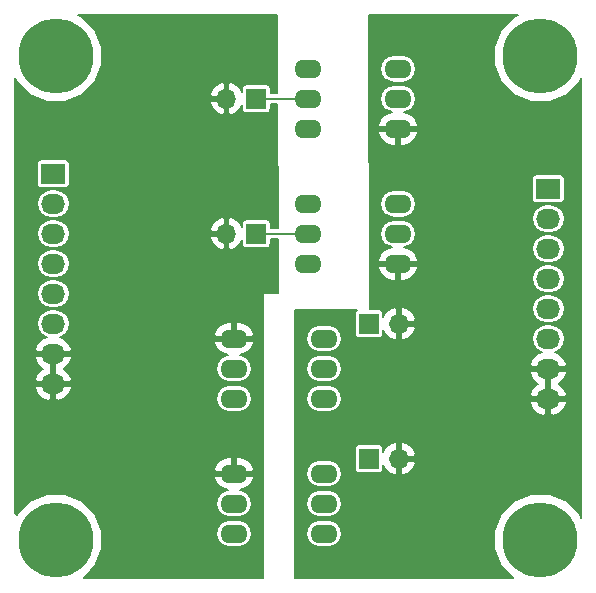
<source format=gbr>
G04 #@! TF.FileFunction,Copper,L2,Bot,Signal*
%FSLAX46Y46*%
G04 Gerber Fmt 4.6, Leading zero omitted, Abs format (unit mm)*
G04 Created by KiCad (PCBNEW 4.0.5) date 07/08/17 16:03:55*
%MOMM*%
%LPD*%
G01*
G04 APERTURE LIST*
%ADD10C,0.150000*%
%ADD11O,2.300000X1.600000*%
%ADD12R,2.032000X1.727200*%
%ADD13O,2.032000X1.727200*%
%ADD14C,6.350000*%
%ADD15R,1.700000X1.700000*%
%ADD16O,1.700000X1.700000*%
%ADD17C,0.889000*%
%ADD18C,0.203200*%
G04 APERTURE END LIST*
D10*
D11*
X25340000Y-5090000D03*
X25340000Y-7630000D03*
X25340000Y-10170000D03*
X32960000Y-10170000D03*
X32960000Y-7630000D03*
X32960000Y-5090000D03*
X25340000Y-16520000D03*
X25340000Y-19060000D03*
X25340000Y-21600000D03*
X32960000Y-21600000D03*
X32960000Y-19060000D03*
X32960000Y-16520000D03*
X26670000Y-33020000D03*
X26670000Y-30480000D03*
X26670000Y-27940000D03*
X19050000Y-27940000D03*
X19050000Y-30480000D03*
X19050000Y-33020000D03*
X26670000Y-44450000D03*
X26670000Y-41910000D03*
X26670000Y-39370000D03*
X19050000Y-39370000D03*
X19050000Y-41910000D03*
X19050000Y-44450000D03*
D12*
X3750000Y-13980000D03*
D13*
X3750000Y-16520000D03*
X3750000Y-19060000D03*
X3750000Y-21600000D03*
X3750000Y-24140000D03*
X3750000Y-26680000D03*
X3750000Y-29220000D03*
X3750000Y-31760000D03*
D12*
X45660000Y-15250000D03*
D13*
X45660000Y-17790000D03*
X45660000Y-20330000D03*
X45660000Y-22870000D03*
X45660000Y-25410000D03*
X45660000Y-27950000D03*
X45660000Y-30490000D03*
X45660000Y-33030000D03*
D14*
X4000000Y-4000000D03*
X45000000Y-4000000D03*
X4000000Y-45000000D03*
X45000000Y-45000000D03*
D15*
X20955000Y-7620000D03*
D16*
X18415000Y-7620000D03*
D15*
X20955000Y-19050000D03*
D16*
X18415000Y-19050000D03*
D15*
X30480000Y-26670000D03*
D16*
X33020000Y-26670000D03*
D15*
X30480000Y-38100000D03*
D16*
X33020000Y-38100000D03*
D17*
X17780000Y-13970000D03*
X18415000Y-24765000D03*
X9906000Y-33020000D03*
X9906000Y-44450000D03*
D18*
X9906000Y-44450000D02*
X9906000Y-44196000D01*
X20965000Y-7630000D02*
X20955000Y-7620000D01*
X25340000Y-7630000D02*
X20965000Y-7630000D01*
X25330000Y-19050000D02*
X25340000Y-19060000D01*
X20955000Y-19050000D02*
X25330000Y-19050000D01*
G36*
X22758147Y-24028400D02*
X21488400Y-24028400D01*
X21488400Y-48158457D01*
X20760244Y-48158865D01*
X20760244Y-39739741D01*
X20760244Y-39000259D01*
X20760244Y-28309741D01*
X20760244Y-27570259D01*
X20504501Y-27051025D01*
X20080230Y-26696020D01*
X19552400Y-26530400D01*
X19202400Y-26530400D01*
X19202400Y-27787600D01*
X20647929Y-27787600D01*
X20760244Y-27570259D01*
X20760244Y-28309741D01*
X20647929Y-28092400D01*
X19202400Y-28092400D01*
X19202400Y-28112400D01*
X18897600Y-28112400D01*
X18897600Y-28092400D01*
X18897600Y-27787600D01*
X18897600Y-26530400D01*
X18547600Y-26530400D01*
X18262600Y-26619825D01*
X18262600Y-20348286D01*
X18262600Y-19202400D01*
X18262600Y-18897600D01*
X18262600Y-17751714D01*
X18262600Y-8918286D01*
X18262600Y-7772400D01*
X18262600Y-7467600D01*
X18262600Y-6321714D01*
X18037393Y-6210090D01*
X17685046Y-6356025D01*
X17256908Y-6731581D01*
X17005079Y-7242391D01*
X17115766Y-7467600D01*
X18262600Y-7467600D01*
X18262600Y-7772400D01*
X17115766Y-7772400D01*
X17005079Y-7997609D01*
X17256908Y-8508419D01*
X17685046Y-8883975D01*
X18037393Y-9029910D01*
X18262600Y-8918286D01*
X18262600Y-17751714D01*
X18037393Y-17640090D01*
X17685046Y-17786025D01*
X17256908Y-18161581D01*
X17005079Y-18672391D01*
X17115766Y-18897600D01*
X18262600Y-18897600D01*
X18262600Y-19202400D01*
X17115766Y-19202400D01*
X17005079Y-19427609D01*
X17256908Y-19938419D01*
X17685046Y-20313975D01*
X18037393Y-20459910D01*
X18262600Y-20348286D01*
X18262600Y-26619825D01*
X18019770Y-26696020D01*
X17595499Y-27051025D01*
X17339756Y-27570259D01*
X17452071Y-27787600D01*
X18897600Y-27787600D01*
X18897600Y-28092400D01*
X17452071Y-28092400D01*
X17339756Y-28309741D01*
X17595499Y-28828975D01*
X18019770Y-29183980D01*
X18546131Y-29349139D01*
X18228275Y-29412365D01*
X17853371Y-29662867D01*
X17602869Y-30037771D01*
X17514904Y-30480000D01*
X17602869Y-30922229D01*
X17853371Y-31297133D01*
X18228275Y-31547635D01*
X18670504Y-31635600D01*
X19429496Y-31635600D01*
X19871725Y-31547635D01*
X20246629Y-31297133D01*
X20497131Y-30922229D01*
X20585096Y-30480000D01*
X20497131Y-30037771D01*
X20246629Y-29662867D01*
X19871725Y-29412365D01*
X19553868Y-29349139D01*
X20080230Y-29183980D01*
X20504501Y-28828975D01*
X20760244Y-28309741D01*
X20760244Y-39000259D01*
X20585096Y-38644656D01*
X20585096Y-33020000D01*
X20497131Y-32577771D01*
X20246629Y-32202867D01*
X19871725Y-31952365D01*
X19429496Y-31864400D01*
X18670504Y-31864400D01*
X18228275Y-31952365D01*
X17853371Y-32202867D01*
X17602869Y-32577771D01*
X17514904Y-33020000D01*
X17602869Y-33462229D01*
X17853371Y-33837133D01*
X18228275Y-34087635D01*
X18670504Y-34175600D01*
X19429496Y-34175600D01*
X19871725Y-34087635D01*
X20246629Y-33837133D01*
X20497131Y-33462229D01*
X20585096Y-33020000D01*
X20585096Y-38644656D01*
X20504501Y-38481025D01*
X20080230Y-38126020D01*
X19552400Y-37960400D01*
X19202400Y-37960400D01*
X19202400Y-39217600D01*
X20647929Y-39217600D01*
X20760244Y-39000259D01*
X20760244Y-39739741D01*
X20647929Y-39522400D01*
X19202400Y-39522400D01*
X19202400Y-39542400D01*
X18897600Y-39542400D01*
X18897600Y-39522400D01*
X18897600Y-39217600D01*
X18897600Y-37960400D01*
X18547600Y-37960400D01*
X18019770Y-38126020D01*
X17595499Y-38481025D01*
X17339756Y-39000259D01*
X17452071Y-39217600D01*
X18897600Y-39217600D01*
X18897600Y-39522400D01*
X17452071Y-39522400D01*
X17339756Y-39739741D01*
X17595499Y-40258975D01*
X18019770Y-40613980D01*
X18546131Y-40779139D01*
X18228275Y-40842365D01*
X17853371Y-41092867D01*
X17602869Y-41467771D01*
X17514904Y-41910000D01*
X17602869Y-42352229D01*
X17853371Y-42727133D01*
X18228275Y-42977635D01*
X18670504Y-43065600D01*
X19429496Y-43065600D01*
X19871725Y-42977635D01*
X20246629Y-42727133D01*
X20497131Y-42352229D01*
X20585096Y-41910000D01*
X20497131Y-41467771D01*
X20246629Y-41092867D01*
X19871725Y-40842365D01*
X19553868Y-40779139D01*
X20080230Y-40613980D01*
X20504501Y-40258975D01*
X20760244Y-39739741D01*
X20760244Y-48158865D01*
X20585096Y-48158963D01*
X20585096Y-44450000D01*
X20497131Y-44007771D01*
X20246629Y-43632867D01*
X19871725Y-43382365D01*
X19429496Y-43294400D01*
X18670504Y-43294400D01*
X18228275Y-43382365D01*
X17853371Y-43632867D01*
X17602869Y-44007771D01*
X17514904Y-44450000D01*
X17602869Y-44892229D01*
X17853371Y-45267133D01*
X18228275Y-45517635D01*
X18670504Y-45605600D01*
X19429496Y-45605600D01*
X19871725Y-45517635D01*
X20246629Y-45267133D01*
X20497131Y-44892229D01*
X20585096Y-44450000D01*
X20585096Y-48158963D01*
X6364205Y-48166934D01*
X7314160Y-47218637D01*
X7910920Y-45781479D01*
X7912278Y-44225348D01*
X7318027Y-42787151D01*
X6218637Y-41685840D01*
X5325815Y-41315108D01*
X5325815Y-32139746D01*
X5325815Y-31380254D01*
X5094243Y-30894075D01*
X4672144Y-30503891D01*
X4634490Y-30490000D01*
X4672144Y-30476109D01*
X5094243Y-30085925D01*
X5325815Y-29599746D01*
X5325815Y-28840254D01*
X5094243Y-28354075D01*
X4672144Y-27963891D01*
X4297988Y-27825857D01*
X4395839Y-27806394D01*
X4791376Y-27542105D01*
X5055665Y-27146568D01*
X5148471Y-26680000D01*
X5148471Y-24140000D01*
X5148471Y-21600000D01*
X5148471Y-19060000D01*
X5148471Y-16520000D01*
X5128567Y-16419935D01*
X5128567Y-14843600D01*
X5128567Y-13116400D01*
X5102259Y-12980811D01*
X5023977Y-12861641D01*
X4905799Y-12781869D01*
X4766000Y-12753833D01*
X2734000Y-12753833D01*
X2598411Y-12780141D01*
X2479241Y-12858423D01*
X2399469Y-12976601D01*
X2371433Y-13116400D01*
X2371433Y-14843600D01*
X2397741Y-14979189D01*
X2476023Y-15098359D01*
X2594201Y-15178131D01*
X2734000Y-15206167D01*
X4766000Y-15206167D01*
X4901589Y-15179859D01*
X5020759Y-15101577D01*
X5100531Y-14983399D01*
X5128567Y-14843600D01*
X5128567Y-16419935D01*
X5055665Y-16053432D01*
X4791376Y-15657895D01*
X4395839Y-15393606D01*
X3929271Y-15300800D01*
X3570729Y-15300800D01*
X3104161Y-15393606D01*
X2708624Y-15657895D01*
X2444335Y-16053432D01*
X2351529Y-16520000D01*
X2444335Y-16986568D01*
X2708624Y-17382105D01*
X3104161Y-17646394D01*
X3570729Y-17739200D01*
X3929271Y-17739200D01*
X4395839Y-17646394D01*
X4791376Y-17382105D01*
X5055665Y-16986568D01*
X5148471Y-16520000D01*
X5148471Y-19060000D01*
X5055665Y-18593432D01*
X4791376Y-18197895D01*
X4395839Y-17933606D01*
X3929271Y-17840800D01*
X3570729Y-17840800D01*
X3104161Y-17933606D01*
X2708624Y-18197895D01*
X2444335Y-18593432D01*
X2351529Y-19060000D01*
X2444335Y-19526568D01*
X2708624Y-19922105D01*
X3104161Y-20186394D01*
X3570729Y-20279200D01*
X3929271Y-20279200D01*
X4395839Y-20186394D01*
X4791376Y-19922105D01*
X5055665Y-19526568D01*
X5148471Y-19060000D01*
X5148471Y-21600000D01*
X5055665Y-21133432D01*
X4791376Y-20737895D01*
X4395839Y-20473606D01*
X3929271Y-20380800D01*
X3570729Y-20380800D01*
X3104161Y-20473606D01*
X2708624Y-20737895D01*
X2444335Y-21133432D01*
X2351529Y-21600000D01*
X2444335Y-22066568D01*
X2708624Y-22462105D01*
X3104161Y-22726394D01*
X3570729Y-22819200D01*
X3929271Y-22819200D01*
X4395839Y-22726394D01*
X4791376Y-22462105D01*
X5055665Y-22066568D01*
X5148471Y-21600000D01*
X5148471Y-24140000D01*
X5055665Y-23673432D01*
X4791376Y-23277895D01*
X4395839Y-23013606D01*
X3929271Y-22920800D01*
X3570729Y-22920800D01*
X3104161Y-23013606D01*
X2708624Y-23277895D01*
X2444335Y-23673432D01*
X2351529Y-24140000D01*
X2444335Y-24606568D01*
X2708624Y-25002105D01*
X3104161Y-25266394D01*
X3570729Y-25359200D01*
X3929271Y-25359200D01*
X4395839Y-25266394D01*
X4791376Y-25002105D01*
X5055665Y-24606568D01*
X5148471Y-24140000D01*
X5148471Y-26680000D01*
X5055665Y-26213432D01*
X4791376Y-25817895D01*
X4395839Y-25553606D01*
X3929271Y-25460800D01*
X3570729Y-25460800D01*
X3104161Y-25553606D01*
X2708624Y-25817895D01*
X2444335Y-26213432D01*
X2351529Y-26680000D01*
X2444335Y-27146568D01*
X2708624Y-27542105D01*
X3104161Y-27806394D01*
X3202011Y-27825857D01*
X2827856Y-27963891D01*
X2405757Y-28354075D01*
X2174185Y-28840254D01*
X2285622Y-29067600D01*
X3597600Y-29067600D01*
X3597600Y-29047600D01*
X3902400Y-29047600D01*
X3902400Y-29067600D01*
X5214378Y-29067600D01*
X5325815Y-28840254D01*
X5325815Y-29599746D01*
X5214378Y-29372400D01*
X3902400Y-29372400D01*
X3902400Y-30439200D01*
X3902400Y-30540800D01*
X3902400Y-31607600D01*
X5214378Y-31607600D01*
X5325815Y-31380254D01*
X5325815Y-32139746D01*
X5214378Y-31912400D01*
X3902400Y-31912400D01*
X3902400Y-33080800D01*
X4132859Y-33215062D01*
X4672144Y-33016109D01*
X5094243Y-32625925D01*
X5325815Y-32139746D01*
X5325815Y-41315108D01*
X4781479Y-41089080D01*
X3597600Y-41088046D01*
X3597600Y-33080800D01*
X3597600Y-31912400D01*
X3597600Y-31607600D01*
X3597600Y-30540800D01*
X3597600Y-30439200D01*
X3597600Y-29372400D01*
X2285622Y-29372400D01*
X2174185Y-29599746D01*
X2405757Y-30085925D01*
X2827856Y-30476109D01*
X2865509Y-30490000D01*
X2827856Y-30503891D01*
X2405757Y-30894075D01*
X2174185Y-31380254D01*
X2285622Y-31607600D01*
X3597600Y-31607600D01*
X3597600Y-31912400D01*
X2285622Y-31912400D01*
X2174185Y-32139746D01*
X2405757Y-32625925D01*
X2827856Y-33016109D01*
X3367141Y-33215062D01*
X3597600Y-33080800D01*
X3597600Y-41088046D01*
X3225348Y-41087722D01*
X1787151Y-41681973D01*
X685840Y-42781363D01*
X640629Y-42890241D01*
X546100Y-42732691D01*
X546100Y-5884011D01*
X681973Y-6212849D01*
X1781363Y-7314160D01*
X3218521Y-7910920D01*
X4774652Y-7912278D01*
X6212849Y-7318027D01*
X7314160Y-6218637D01*
X7910920Y-4781479D01*
X7912278Y-3225348D01*
X7318027Y-1787151D01*
X6218637Y-685840D01*
X5882105Y-546100D01*
X22699732Y-546100D01*
X22716217Y-7172800D01*
X22167567Y-7172800D01*
X22167567Y-6770000D01*
X22141259Y-6634411D01*
X22062977Y-6515241D01*
X21944799Y-6435469D01*
X21805000Y-6407433D01*
X20105000Y-6407433D01*
X19969411Y-6433741D01*
X19850241Y-6512023D01*
X19770469Y-6630201D01*
X19742433Y-6770000D01*
X19742433Y-7075072D01*
X19573092Y-6731581D01*
X19144954Y-6356025D01*
X18792607Y-6210090D01*
X18567400Y-6321714D01*
X18567400Y-7467600D01*
X18587400Y-7467600D01*
X18587400Y-7772400D01*
X18567400Y-7772400D01*
X18567400Y-8918286D01*
X18792607Y-9029910D01*
X19144954Y-8883975D01*
X19573092Y-8508419D01*
X19742433Y-8164927D01*
X19742433Y-8470000D01*
X19768741Y-8605589D01*
X19847023Y-8724759D01*
X19965201Y-8804531D01*
X20105000Y-8832567D01*
X21805000Y-8832567D01*
X21940589Y-8806259D01*
X22059759Y-8727977D01*
X22139531Y-8609799D01*
X22167567Y-8470000D01*
X22167567Y-8087200D01*
X22718491Y-8087200D01*
X22744625Y-18592800D01*
X22167567Y-18592800D01*
X22167567Y-18200000D01*
X22141259Y-18064411D01*
X22062977Y-17945241D01*
X21944799Y-17865469D01*
X21805000Y-17837433D01*
X20105000Y-17837433D01*
X19969411Y-17863741D01*
X19850241Y-17942023D01*
X19770469Y-18060201D01*
X19742433Y-18200000D01*
X19742433Y-18505072D01*
X19573092Y-18161581D01*
X19144954Y-17786025D01*
X18792607Y-17640090D01*
X18567400Y-17751714D01*
X18567400Y-18897600D01*
X18587400Y-18897600D01*
X18587400Y-19202400D01*
X18567400Y-19202400D01*
X18567400Y-20348286D01*
X18792607Y-20459910D01*
X19144954Y-20313975D01*
X19573092Y-19938419D01*
X19742433Y-19594927D01*
X19742433Y-19900000D01*
X19768741Y-20035589D01*
X19847023Y-20154759D01*
X19965201Y-20234531D01*
X20105000Y-20262567D01*
X21805000Y-20262567D01*
X21940589Y-20236259D01*
X22059759Y-20157977D01*
X22139531Y-20039799D01*
X22167567Y-19900000D01*
X22167567Y-19507200D01*
X22746900Y-19507200D01*
X22758147Y-24028400D01*
X22758147Y-24028400D01*
G37*
X22758147Y-24028400D02*
X21488400Y-24028400D01*
X21488400Y-48158457D01*
X20760244Y-48158865D01*
X20760244Y-39739741D01*
X20760244Y-39000259D01*
X20760244Y-28309741D01*
X20760244Y-27570259D01*
X20504501Y-27051025D01*
X20080230Y-26696020D01*
X19552400Y-26530400D01*
X19202400Y-26530400D01*
X19202400Y-27787600D01*
X20647929Y-27787600D01*
X20760244Y-27570259D01*
X20760244Y-28309741D01*
X20647929Y-28092400D01*
X19202400Y-28092400D01*
X19202400Y-28112400D01*
X18897600Y-28112400D01*
X18897600Y-28092400D01*
X18897600Y-27787600D01*
X18897600Y-26530400D01*
X18547600Y-26530400D01*
X18262600Y-26619825D01*
X18262600Y-20348286D01*
X18262600Y-19202400D01*
X18262600Y-18897600D01*
X18262600Y-17751714D01*
X18262600Y-8918286D01*
X18262600Y-7772400D01*
X18262600Y-7467600D01*
X18262600Y-6321714D01*
X18037393Y-6210090D01*
X17685046Y-6356025D01*
X17256908Y-6731581D01*
X17005079Y-7242391D01*
X17115766Y-7467600D01*
X18262600Y-7467600D01*
X18262600Y-7772400D01*
X17115766Y-7772400D01*
X17005079Y-7997609D01*
X17256908Y-8508419D01*
X17685046Y-8883975D01*
X18037393Y-9029910D01*
X18262600Y-8918286D01*
X18262600Y-17751714D01*
X18037393Y-17640090D01*
X17685046Y-17786025D01*
X17256908Y-18161581D01*
X17005079Y-18672391D01*
X17115766Y-18897600D01*
X18262600Y-18897600D01*
X18262600Y-19202400D01*
X17115766Y-19202400D01*
X17005079Y-19427609D01*
X17256908Y-19938419D01*
X17685046Y-20313975D01*
X18037393Y-20459910D01*
X18262600Y-20348286D01*
X18262600Y-26619825D01*
X18019770Y-26696020D01*
X17595499Y-27051025D01*
X17339756Y-27570259D01*
X17452071Y-27787600D01*
X18897600Y-27787600D01*
X18897600Y-28092400D01*
X17452071Y-28092400D01*
X17339756Y-28309741D01*
X17595499Y-28828975D01*
X18019770Y-29183980D01*
X18546131Y-29349139D01*
X18228275Y-29412365D01*
X17853371Y-29662867D01*
X17602869Y-30037771D01*
X17514904Y-30480000D01*
X17602869Y-30922229D01*
X17853371Y-31297133D01*
X18228275Y-31547635D01*
X18670504Y-31635600D01*
X19429496Y-31635600D01*
X19871725Y-31547635D01*
X20246629Y-31297133D01*
X20497131Y-30922229D01*
X20585096Y-30480000D01*
X20497131Y-30037771D01*
X20246629Y-29662867D01*
X19871725Y-29412365D01*
X19553868Y-29349139D01*
X20080230Y-29183980D01*
X20504501Y-28828975D01*
X20760244Y-28309741D01*
X20760244Y-39000259D01*
X20585096Y-38644656D01*
X20585096Y-33020000D01*
X20497131Y-32577771D01*
X20246629Y-32202867D01*
X19871725Y-31952365D01*
X19429496Y-31864400D01*
X18670504Y-31864400D01*
X18228275Y-31952365D01*
X17853371Y-32202867D01*
X17602869Y-32577771D01*
X17514904Y-33020000D01*
X17602869Y-33462229D01*
X17853371Y-33837133D01*
X18228275Y-34087635D01*
X18670504Y-34175600D01*
X19429496Y-34175600D01*
X19871725Y-34087635D01*
X20246629Y-33837133D01*
X20497131Y-33462229D01*
X20585096Y-33020000D01*
X20585096Y-38644656D01*
X20504501Y-38481025D01*
X20080230Y-38126020D01*
X19552400Y-37960400D01*
X19202400Y-37960400D01*
X19202400Y-39217600D01*
X20647929Y-39217600D01*
X20760244Y-39000259D01*
X20760244Y-39739741D01*
X20647929Y-39522400D01*
X19202400Y-39522400D01*
X19202400Y-39542400D01*
X18897600Y-39542400D01*
X18897600Y-39522400D01*
X18897600Y-39217600D01*
X18897600Y-37960400D01*
X18547600Y-37960400D01*
X18019770Y-38126020D01*
X17595499Y-38481025D01*
X17339756Y-39000259D01*
X17452071Y-39217600D01*
X18897600Y-39217600D01*
X18897600Y-39522400D01*
X17452071Y-39522400D01*
X17339756Y-39739741D01*
X17595499Y-40258975D01*
X18019770Y-40613980D01*
X18546131Y-40779139D01*
X18228275Y-40842365D01*
X17853371Y-41092867D01*
X17602869Y-41467771D01*
X17514904Y-41910000D01*
X17602869Y-42352229D01*
X17853371Y-42727133D01*
X18228275Y-42977635D01*
X18670504Y-43065600D01*
X19429496Y-43065600D01*
X19871725Y-42977635D01*
X20246629Y-42727133D01*
X20497131Y-42352229D01*
X20585096Y-41910000D01*
X20497131Y-41467771D01*
X20246629Y-41092867D01*
X19871725Y-40842365D01*
X19553868Y-40779139D01*
X20080230Y-40613980D01*
X20504501Y-40258975D01*
X20760244Y-39739741D01*
X20760244Y-48158865D01*
X20585096Y-48158963D01*
X20585096Y-44450000D01*
X20497131Y-44007771D01*
X20246629Y-43632867D01*
X19871725Y-43382365D01*
X19429496Y-43294400D01*
X18670504Y-43294400D01*
X18228275Y-43382365D01*
X17853371Y-43632867D01*
X17602869Y-44007771D01*
X17514904Y-44450000D01*
X17602869Y-44892229D01*
X17853371Y-45267133D01*
X18228275Y-45517635D01*
X18670504Y-45605600D01*
X19429496Y-45605600D01*
X19871725Y-45517635D01*
X20246629Y-45267133D01*
X20497131Y-44892229D01*
X20585096Y-44450000D01*
X20585096Y-48158963D01*
X6364205Y-48166934D01*
X7314160Y-47218637D01*
X7910920Y-45781479D01*
X7912278Y-44225348D01*
X7318027Y-42787151D01*
X6218637Y-41685840D01*
X5325815Y-41315108D01*
X5325815Y-32139746D01*
X5325815Y-31380254D01*
X5094243Y-30894075D01*
X4672144Y-30503891D01*
X4634490Y-30490000D01*
X4672144Y-30476109D01*
X5094243Y-30085925D01*
X5325815Y-29599746D01*
X5325815Y-28840254D01*
X5094243Y-28354075D01*
X4672144Y-27963891D01*
X4297988Y-27825857D01*
X4395839Y-27806394D01*
X4791376Y-27542105D01*
X5055665Y-27146568D01*
X5148471Y-26680000D01*
X5148471Y-24140000D01*
X5148471Y-21600000D01*
X5148471Y-19060000D01*
X5148471Y-16520000D01*
X5128567Y-16419935D01*
X5128567Y-14843600D01*
X5128567Y-13116400D01*
X5102259Y-12980811D01*
X5023977Y-12861641D01*
X4905799Y-12781869D01*
X4766000Y-12753833D01*
X2734000Y-12753833D01*
X2598411Y-12780141D01*
X2479241Y-12858423D01*
X2399469Y-12976601D01*
X2371433Y-13116400D01*
X2371433Y-14843600D01*
X2397741Y-14979189D01*
X2476023Y-15098359D01*
X2594201Y-15178131D01*
X2734000Y-15206167D01*
X4766000Y-15206167D01*
X4901589Y-15179859D01*
X5020759Y-15101577D01*
X5100531Y-14983399D01*
X5128567Y-14843600D01*
X5128567Y-16419935D01*
X5055665Y-16053432D01*
X4791376Y-15657895D01*
X4395839Y-15393606D01*
X3929271Y-15300800D01*
X3570729Y-15300800D01*
X3104161Y-15393606D01*
X2708624Y-15657895D01*
X2444335Y-16053432D01*
X2351529Y-16520000D01*
X2444335Y-16986568D01*
X2708624Y-17382105D01*
X3104161Y-17646394D01*
X3570729Y-17739200D01*
X3929271Y-17739200D01*
X4395839Y-17646394D01*
X4791376Y-17382105D01*
X5055665Y-16986568D01*
X5148471Y-16520000D01*
X5148471Y-19060000D01*
X5055665Y-18593432D01*
X4791376Y-18197895D01*
X4395839Y-17933606D01*
X3929271Y-17840800D01*
X3570729Y-17840800D01*
X3104161Y-17933606D01*
X2708624Y-18197895D01*
X2444335Y-18593432D01*
X2351529Y-19060000D01*
X2444335Y-19526568D01*
X2708624Y-19922105D01*
X3104161Y-20186394D01*
X3570729Y-20279200D01*
X3929271Y-20279200D01*
X4395839Y-20186394D01*
X4791376Y-19922105D01*
X5055665Y-19526568D01*
X5148471Y-19060000D01*
X5148471Y-21600000D01*
X5055665Y-21133432D01*
X4791376Y-20737895D01*
X4395839Y-20473606D01*
X3929271Y-20380800D01*
X3570729Y-20380800D01*
X3104161Y-20473606D01*
X2708624Y-20737895D01*
X2444335Y-21133432D01*
X2351529Y-21600000D01*
X2444335Y-22066568D01*
X2708624Y-22462105D01*
X3104161Y-22726394D01*
X3570729Y-22819200D01*
X3929271Y-22819200D01*
X4395839Y-22726394D01*
X4791376Y-22462105D01*
X5055665Y-22066568D01*
X5148471Y-21600000D01*
X5148471Y-24140000D01*
X5055665Y-23673432D01*
X4791376Y-23277895D01*
X4395839Y-23013606D01*
X3929271Y-22920800D01*
X3570729Y-22920800D01*
X3104161Y-23013606D01*
X2708624Y-23277895D01*
X2444335Y-23673432D01*
X2351529Y-24140000D01*
X2444335Y-24606568D01*
X2708624Y-25002105D01*
X3104161Y-25266394D01*
X3570729Y-25359200D01*
X3929271Y-25359200D01*
X4395839Y-25266394D01*
X4791376Y-25002105D01*
X5055665Y-24606568D01*
X5148471Y-24140000D01*
X5148471Y-26680000D01*
X5055665Y-26213432D01*
X4791376Y-25817895D01*
X4395839Y-25553606D01*
X3929271Y-25460800D01*
X3570729Y-25460800D01*
X3104161Y-25553606D01*
X2708624Y-25817895D01*
X2444335Y-26213432D01*
X2351529Y-26680000D01*
X2444335Y-27146568D01*
X2708624Y-27542105D01*
X3104161Y-27806394D01*
X3202011Y-27825857D01*
X2827856Y-27963891D01*
X2405757Y-28354075D01*
X2174185Y-28840254D01*
X2285622Y-29067600D01*
X3597600Y-29067600D01*
X3597600Y-29047600D01*
X3902400Y-29047600D01*
X3902400Y-29067600D01*
X5214378Y-29067600D01*
X5325815Y-28840254D01*
X5325815Y-29599746D01*
X5214378Y-29372400D01*
X3902400Y-29372400D01*
X3902400Y-30439200D01*
X3902400Y-30540800D01*
X3902400Y-31607600D01*
X5214378Y-31607600D01*
X5325815Y-31380254D01*
X5325815Y-32139746D01*
X5214378Y-31912400D01*
X3902400Y-31912400D01*
X3902400Y-33080800D01*
X4132859Y-33215062D01*
X4672144Y-33016109D01*
X5094243Y-32625925D01*
X5325815Y-32139746D01*
X5325815Y-41315108D01*
X4781479Y-41089080D01*
X3597600Y-41088046D01*
X3597600Y-33080800D01*
X3597600Y-31912400D01*
X3597600Y-31607600D01*
X3597600Y-30540800D01*
X3597600Y-30439200D01*
X3597600Y-29372400D01*
X2285622Y-29372400D01*
X2174185Y-29599746D01*
X2405757Y-30085925D01*
X2827856Y-30476109D01*
X2865509Y-30490000D01*
X2827856Y-30503891D01*
X2405757Y-30894075D01*
X2174185Y-31380254D01*
X2285622Y-31607600D01*
X3597600Y-31607600D01*
X3597600Y-31912400D01*
X2285622Y-31912400D01*
X2174185Y-32139746D01*
X2405757Y-32625925D01*
X2827856Y-33016109D01*
X3367141Y-33215062D01*
X3597600Y-33080800D01*
X3597600Y-41088046D01*
X3225348Y-41087722D01*
X1787151Y-41681973D01*
X685840Y-42781363D01*
X640629Y-42890241D01*
X546100Y-42732691D01*
X546100Y-5884011D01*
X681973Y-6212849D01*
X1781363Y-7314160D01*
X3218521Y-7910920D01*
X4774652Y-7912278D01*
X6212849Y-7318027D01*
X7314160Y-6218637D01*
X7910920Y-4781479D01*
X7912278Y-3225348D01*
X7318027Y-1787151D01*
X6218637Y-685840D01*
X5882105Y-546100D01*
X22699732Y-546100D01*
X22716217Y-7172800D01*
X22167567Y-7172800D01*
X22167567Y-6770000D01*
X22141259Y-6634411D01*
X22062977Y-6515241D01*
X21944799Y-6435469D01*
X21805000Y-6407433D01*
X20105000Y-6407433D01*
X19969411Y-6433741D01*
X19850241Y-6512023D01*
X19770469Y-6630201D01*
X19742433Y-6770000D01*
X19742433Y-7075072D01*
X19573092Y-6731581D01*
X19144954Y-6356025D01*
X18792607Y-6210090D01*
X18567400Y-6321714D01*
X18567400Y-7467600D01*
X18587400Y-7467600D01*
X18587400Y-7772400D01*
X18567400Y-7772400D01*
X18567400Y-8918286D01*
X18792607Y-9029910D01*
X19144954Y-8883975D01*
X19573092Y-8508419D01*
X19742433Y-8164927D01*
X19742433Y-8470000D01*
X19768741Y-8605589D01*
X19847023Y-8724759D01*
X19965201Y-8804531D01*
X20105000Y-8832567D01*
X21805000Y-8832567D01*
X21940589Y-8806259D01*
X22059759Y-8727977D01*
X22139531Y-8609799D01*
X22167567Y-8470000D01*
X22167567Y-8087200D01*
X22718491Y-8087200D01*
X22744625Y-18592800D01*
X22167567Y-18592800D01*
X22167567Y-18200000D01*
X22141259Y-18064411D01*
X22062977Y-17945241D01*
X21944799Y-17865469D01*
X21805000Y-17837433D01*
X20105000Y-17837433D01*
X19969411Y-17863741D01*
X19850241Y-17942023D01*
X19770469Y-18060201D01*
X19742433Y-18200000D01*
X19742433Y-18505072D01*
X19573092Y-18161581D01*
X19144954Y-17786025D01*
X18792607Y-17640090D01*
X18567400Y-17751714D01*
X18567400Y-18897600D01*
X18587400Y-18897600D01*
X18587400Y-19202400D01*
X18567400Y-19202400D01*
X18567400Y-20348286D01*
X18792607Y-20459910D01*
X19144954Y-20313975D01*
X19573092Y-19938419D01*
X19742433Y-19594927D01*
X19742433Y-19900000D01*
X19768741Y-20035589D01*
X19847023Y-20154759D01*
X19965201Y-20234531D01*
X20105000Y-20262567D01*
X21805000Y-20262567D01*
X21940589Y-20236259D01*
X22059759Y-20157977D01*
X22139531Y-20039799D01*
X22167567Y-19900000D01*
X22167567Y-19507200D01*
X22746900Y-19507200D01*
X22758147Y-24028400D01*
G36*
X48453900Y-43115988D02*
X48318027Y-42787151D01*
X47235815Y-41703048D01*
X47235815Y-33409746D01*
X47235815Y-32650254D01*
X47004243Y-32164075D01*
X46582144Y-31773891D01*
X46544490Y-31760000D01*
X46582144Y-31746109D01*
X47004243Y-31355925D01*
X47235815Y-30869746D01*
X47235815Y-30110254D01*
X47004243Y-29624075D01*
X46582144Y-29233891D01*
X46207988Y-29095857D01*
X46305839Y-29076394D01*
X46701376Y-28812105D01*
X46965665Y-28416568D01*
X47058471Y-27950000D01*
X47058471Y-25410000D01*
X47058471Y-22870000D01*
X47058471Y-20330000D01*
X47058471Y-17790000D01*
X47038567Y-17689935D01*
X47038567Y-16113600D01*
X47038567Y-14386400D01*
X47012259Y-14250811D01*
X46933977Y-14131641D01*
X46815799Y-14051869D01*
X46676000Y-14023833D01*
X44644000Y-14023833D01*
X44508411Y-14050141D01*
X44389241Y-14128423D01*
X44309469Y-14246601D01*
X44281433Y-14386400D01*
X44281433Y-16113600D01*
X44307741Y-16249189D01*
X44386023Y-16368359D01*
X44504201Y-16448131D01*
X44644000Y-16476167D01*
X46676000Y-16476167D01*
X46811589Y-16449859D01*
X46930759Y-16371577D01*
X47010531Y-16253399D01*
X47038567Y-16113600D01*
X47038567Y-17689935D01*
X46965665Y-17323432D01*
X46701376Y-16927895D01*
X46305839Y-16663606D01*
X45839271Y-16570800D01*
X45480729Y-16570800D01*
X45014161Y-16663606D01*
X44618624Y-16927895D01*
X44354335Y-17323432D01*
X44261529Y-17790000D01*
X44354335Y-18256568D01*
X44618624Y-18652105D01*
X45014161Y-18916394D01*
X45480729Y-19009200D01*
X45839271Y-19009200D01*
X46305839Y-18916394D01*
X46701376Y-18652105D01*
X46965665Y-18256568D01*
X47058471Y-17790000D01*
X47058471Y-20330000D01*
X46965665Y-19863432D01*
X46701376Y-19467895D01*
X46305839Y-19203606D01*
X45839271Y-19110800D01*
X45480729Y-19110800D01*
X45014161Y-19203606D01*
X44618624Y-19467895D01*
X44354335Y-19863432D01*
X44261529Y-20330000D01*
X44354335Y-20796568D01*
X44618624Y-21192105D01*
X45014161Y-21456394D01*
X45480729Y-21549200D01*
X45839271Y-21549200D01*
X46305839Y-21456394D01*
X46701376Y-21192105D01*
X46965665Y-20796568D01*
X47058471Y-20330000D01*
X47058471Y-22870000D01*
X46965665Y-22403432D01*
X46701376Y-22007895D01*
X46305839Y-21743606D01*
X45839271Y-21650800D01*
X45480729Y-21650800D01*
X45014161Y-21743606D01*
X44618624Y-22007895D01*
X44354335Y-22403432D01*
X44261529Y-22870000D01*
X44354335Y-23336568D01*
X44618624Y-23732105D01*
X45014161Y-23996394D01*
X45480729Y-24089200D01*
X45839271Y-24089200D01*
X46305839Y-23996394D01*
X46701376Y-23732105D01*
X46965665Y-23336568D01*
X47058471Y-22870000D01*
X47058471Y-25410000D01*
X46965665Y-24943432D01*
X46701376Y-24547895D01*
X46305839Y-24283606D01*
X45839271Y-24190800D01*
X45480729Y-24190800D01*
X45014161Y-24283606D01*
X44618624Y-24547895D01*
X44354335Y-24943432D01*
X44261529Y-25410000D01*
X44354335Y-25876568D01*
X44618624Y-26272105D01*
X45014161Y-26536394D01*
X45480729Y-26629200D01*
X45839271Y-26629200D01*
X46305839Y-26536394D01*
X46701376Y-26272105D01*
X46965665Y-25876568D01*
X47058471Y-25410000D01*
X47058471Y-27950000D01*
X46965665Y-27483432D01*
X46701376Y-27087895D01*
X46305839Y-26823606D01*
X45839271Y-26730800D01*
X45480729Y-26730800D01*
X45014161Y-26823606D01*
X44618624Y-27087895D01*
X44354335Y-27483432D01*
X44261529Y-27950000D01*
X44354335Y-28416568D01*
X44618624Y-28812105D01*
X45014161Y-29076394D01*
X45112011Y-29095857D01*
X44737856Y-29233891D01*
X44315757Y-29624075D01*
X44084185Y-30110254D01*
X44195622Y-30337600D01*
X45507600Y-30337600D01*
X45507600Y-30317600D01*
X45812400Y-30317600D01*
X45812400Y-30337600D01*
X47124378Y-30337600D01*
X47235815Y-30110254D01*
X47235815Y-30869746D01*
X47124378Y-30642400D01*
X45812400Y-30642400D01*
X45812400Y-31709200D01*
X45812400Y-31810800D01*
X45812400Y-32877600D01*
X47124378Y-32877600D01*
X47235815Y-32650254D01*
X47235815Y-33409746D01*
X47124378Y-33182400D01*
X45812400Y-33182400D01*
X45812400Y-34350800D01*
X46042859Y-34485062D01*
X46582144Y-34286109D01*
X47004243Y-33895925D01*
X47235815Y-33409746D01*
X47235815Y-41703048D01*
X47218637Y-41685840D01*
X45781479Y-41089080D01*
X45507600Y-41088840D01*
X45507600Y-34350800D01*
X45507600Y-33182400D01*
X45507600Y-32877600D01*
X45507600Y-31810800D01*
X45507600Y-31709200D01*
X45507600Y-30642400D01*
X44195622Y-30642400D01*
X44084185Y-30869746D01*
X44315757Y-31355925D01*
X44737856Y-31746109D01*
X44775509Y-31760000D01*
X44737856Y-31773891D01*
X44315757Y-32164075D01*
X44084185Y-32650254D01*
X44195622Y-32877600D01*
X45507600Y-32877600D01*
X45507600Y-33182400D01*
X44195622Y-33182400D01*
X44084185Y-33409746D01*
X44315757Y-33895925D01*
X44737856Y-34286109D01*
X45277141Y-34485062D01*
X45507600Y-34350800D01*
X45507600Y-41088840D01*
X44225348Y-41087722D01*
X42787151Y-41681973D01*
X41685840Y-42781363D01*
X41089080Y-44218521D01*
X41087722Y-45774652D01*
X41681973Y-47212849D01*
X42634454Y-48166994D01*
X34670244Y-48163295D01*
X34670244Y-21969741D01*
X34670244Y-21230259D01*
X34670244Y-10539741D01*
X34670244Y-9800259D01*
X34414501Y-9281025D01*
X33990230Y-8926020D01*
X33463868Y-8760860D01*
X33781725Y-8697635D01*
X34156629Y-8447133D01*
X34407131Y-8072229D01*
X34495096Y-7630000D01*
X34495096Y-5090000D01*
X34407131Y-4647771D01*
X34156629Y-4272867D01*
X33781725Y-4022365D01*
X33339496Y-3934400D01*
X32580504Y-3934400D01*
X32138275Y-4022365D01*
X31763371Y-4272867D01*
X31512869Y-4647771D01*
X31424904Y-5090000D01*
X31512869Y-5532229D01*
X31763371Y-5907133D01*
X32138275Y-6157635D01*
X32580504Y-6245600D01*
X33339496Y-6245600D01*
X33781725Y-6157635D01*
X34156629Y-5907133D01*
X34407131Y-5532229D01*
X34495096Y-5090000D01*
X34495096Y-7630000D01*
X34407131Y-7187771D01*
X34156629Y-6812867D01*
X33781725Y-6562365D01*
X33339496Y-6474400D01*
X32580504Y-6474400D01*
X32138275Y-6562365D01*
X31763371Y-6812867D01*
X31512869Y-7187771D01*
X31424904Y-7630000D01*
X31512869Y-8072229D01*
X31763371Y-8447133D01*
X32138275Y-8697635D01*
X32456131Y-8760860D01*
X31929770Y-8926020D01*
X31505499Y-9281025D01*
X31249756Y-9800259D01*
X31362071Y-10017600D01*
X32807600Y-10017600D01*
X32807600Y-9997600D01*
X33112400Y-9997600D01*
X33112400Y-10017600D01*
X34557929Y-10017600D01*
X34670244Y-9800259D01*
X34670244Y-10539741D01*
X34557929Y-10322400D01*
X33112400Y-10322400D01*
X33112400Y-11579600D01*
X33462400Y-11579600D01*
X33990230Y-11413980D01*
X34414501Y-11058975D01*
X34670244Y-10539741D01*
X34670244Y-21230259D01*
X34414501Y-20711025D01*
X33990230Y-20356020D01*
X33463868Y-20190860D01*
X33781725Y-20127635D01*
X34156629Y-19877133D01*
X34407131Y-19502229D01*
X34495096Y-19060000D01*
X34495096Y-16520000D01*
X34407131Y-16077771D01*
X34156629Y-15702867D01*
X33781725Y-15452365D01*
X33339496Y-15364400D01*
X32807600Y-15364400D01*
X32807600Y-11579600D01*
X32807600Y-10322400D01*
X31362071Y-10322400D01*
X31249756Y-10539741D01*
X31505499Y-11058975D01*
X31929770Y-11413980D01*
X32457600Y-11579600D01*
X32807600Y-11579600D01*
X32807600Y-15364400D01*
X32580504Y-15364400D01*
X32138275Y-15452365D01*
X31763371Y-15702867D01*
X31512869Y-16077771D01*
X31424904Y-16520000D01*
X31512869Y-16962229D01*
X31763371Y-17337133D01*
X32138275Y-17587635D01*
X32580504Y-17675600D01*
X33339496Y-17675600D01*
X33781725Y-17587635D01*
X34156629Y-17337133D01*
X34407131Y-16962229D01*
X34495096Y-16520000D01*
X34495096Y-19060000D01*
X34407131Y-18617771D01*
X34156629Y-18242867D01*
X33781725Y-17992365D01*
X33339496Y-17904400D01*
X32580504Y-17904400D01*
X32138275Y-17992365D01*
X31763371Y-18242867D01*
X31512869Y-18617771D01*
X31424904Y-19060000D01*
X31512869Y-19502229D01*
X31763371Y-19877133D01*
X32138275Y-20127635D01*
X32456131Y-20190860D01*
X31929770Y-20356020D01*
X31505499Y-20711025D01*
X31249756Y-21230259D01*
X31362071Y-21447600D01*
X32807600Y-21447600D01*
X32807600Y-21427600D01*
X33112400Y-21427600D01*
X33112400Y-21447600D01*
X34557929Y-21447600D01*
X34670244Y-21230259D01*
X34670244Y-21969741D01*
X34557929Y-21752400D01*
X33112400Y-21752400D01*
X33112400Y-23009600D01*
X33462400Y-23009600D01*
X33990230Y-22843980D01*
X34414501Y-22488975D01*
X34670244Y-21969741D01*
X34670244Y-48163295D01*
X34429921Y-48163183D01*
X34429921Y-38477609D01*
X34429921Y-37722391D01*
X34429921Y-27047609D01*
X34429921Y-26292391D01*
X34178092Y-25781581D01*
X33749954Y-25406025D01*
X33397607Y-25260090D01*
X33172400Y-25371714D01*
X33172400Y-26517600D01*
X34319234Y-26517600D01*
X34429921Y-26292391D01*
X34429921Y-27047609D01*
X34319234Y-26822400D01*
X33172400Y-26822400D01*
X33172400Y-27968286D01*
X33397607Y-28079910D01*
X33749954Y-27933975D01*
X34178092Y-27558419D01*
X34429921Y-27047609D01*
X34429921Y-37722391D01*
X34178092Y-37211581D01*
X33749954Y-36836025D01*
X33397607Y-36690090D01*
X33172400Y-36801714D01*
X33172400Y-37947600D01*
X34319234Y-37947600D01*
X34429921Y-37722391D01*
X34429921Y-38477609D01*
X34319234Y-38252400D01*
X33172400Y-38252400D01*
X33172400Y-39398286D01*
X33397607Y-39509910D01*
X33749954Y-39363975D01*
X34178092Y-38988419D01*
X34429921Y-38477609D01*
X34429921Y-48163183D01*
X32867600Y-48162457D01*
X32867600Y-39398286D01*
X32867600Y-38252400D01*
X32847600Y-38252400D01*
X32847600Y-37947600D01*
X32867600Y-37947600D01*
X32867600Y-36801714D01*
X32642393Y-36690090D01*
X32290046Y-36836025D01*
X31861908Y-37211581D01*
X31692567Y-37555072D01*
X31692567Y-37250000D01*
X31666259Y-37114411D01*
X31587977Y-36995241D01*
X31469799Y-36915469D01*
X31330000Y-36887433D01*
X29630000Y-36887433D01*
X29494411Y-36913741D01*
X29375241Y-36992023D01*
X29295469Y-37110201D01*
X29267433Y-37250000D01*
X29267433Y-38950000D01*
X29293741Y-39085589D01*
X29372023Y-39204759D01*
X29490201Y-39284531D01*
X29630000Y-39312567D01*
X31330000Y-39312567D01*
X31465589Y-39286259D01*
X31584759Y-39207977D01*
X31664531Y-39089799D01*
X31692567Y-38950000D01*
X31692567Y-38644927D01*
X31861908Y-38988419D01*
X32290046Y-39363975D01*
X32642393Y-39509910D01*
X32867600Y-39398286D01*
X32867600Y-48162457D01*
X28205096Y-48160292D01*
X28205096Y-44450000D01*
X28205096Y-41910000D01*
X28205096Y-39370000D01*
X28205096Y-33020000D01*
X28205096Y-30480000D01*
X28205096Y-27940000D01*
X28117131Y-27497771D01*
X27866629Y-27122867D01*
X27491725Y-26872365D01*
X27049496Y-26784400D01*
X26290504Y-26784400D01*
X25848275Y-26872365D01*
X25473371Y-27122867D01*
X25222869Y-27497771D01*
X25134904Y-27940000D01*
X25222869Y-28382229D01*
X25473371Y-28757133D01*
X25848275Y-29007635D01*
X26290504Y-29095600D01*
X27049496Y-29095600D01*
X27491725Y-29007635D01*
X27866629Y-28757133D01*
X28117131Y-28382229D01*
X28205096Y-27940000D01*
X28205096Y-30480000D01*
X28117131Y-30037771D01*
X27866629Y-29662867D01*
X27491725Y-29412365D01*
X27049496Y-29324400D01*
X26290504Y-29324400D01*
X25848275Y-29412365D01*
X25473371Y-29662867D01*
X25222869Y-30037771D01*
X25134904Y-30480000D01*
X25222869Y-30922229D01*
X25473371Y-31297133D01*
X25848275Y-31547635D01*
X26290504Y-31635600D01*
X27049496Y-31635600D01*
X27491725Y-31547635D01*
X27866629Y-31297133D01*
X28117131Y-30922229D01*
X28205096Y-30480000D01*
X28205096Y-33020000D01*
X28117131Y-32577771D01*
X27866629Y-32202867D01*
X27491725Y-31952365D01*
X27049496Y-31864400D01*
X26290504Y-31864400D01*
X25848275Y-31952365D01*
X25473371Y-32202867D01*
X25222869Y-32577771D01*
X25134904Y-33020000D01*
X25222869Y-33462229D01*
X25473371Y-33837133D01*
X25848275Y-34087635D01*
X26290504Y-34175600D01*
X27049496Y-34175600D01*
X27491725Y-34087635D01*
X27866629Y-33837133D01*
X28117131Y-33462229D01*
X28205096Y-33020000D01*
X28205096Y-39370000D01*
X28117131Y-38927771D01*
X27866629Y-38552867D01*
X27491725Y-38302365D01*
X27049496Y-38214400D01*
X26290504Y-38214400D01*
X25848275Y-38302365D01*
X25473371Y-38552867D01*
X25222869Y-38927771D01*
X25134904Y-39370000D01*
X25222869Y-39812229D01*
X25473371Y-40187133D01*
X25848275Y-40437635D01*
X26290504Y-40525600D01*
X27049496Y-40525600D01*
X27491725Y-40437635D01*
X27866629Y-40187133D01*
X28117131Y-39812229D01*
X28205096Y-39370000D01*
X28205096Y-41910000D01*
X28117131Y-41467771D01*
X27866629Y-41092867D01*
X27491725Y-40842365D01*
X27049496Y-40754400D01*
X26290504Y-40754400D01*
X25848275Y-40842365D01*
X25473371Y-41092867D01*
X25222869Y-41467771D01*
X25134904Y-41910000D01*
X25222869Y-42352229D01*
X25473371Y-42727133D01*
X25848275Y-42977635D01*
X26290504Y-43065600D01*
X27049496Y-43065600D01*
X27491725Y-42977635D01*
X27866629Y-42727133D01*
X28117131Y-42352229D01*
X28205096Y-41910000D01*
X28205096Y-44450000D01*
X28117131Y-44007771D01*
X27866629Y-43632867D01*
X27491725Y-43382365D01*
X27049496Y-43294400D01*
X26290504Y-43294400D01*
X25848275Y-43382365D01*
X25473371Y-43632867D01*
X25222869Y-44007771D01*
X25134904Y-44450000D01*
X25222869Y-44892229D01*
X25473371Y-45267133D01*
X25848275Y-45517635D01*
X26290504Y-45605600D01*
X27049496Y-45605600D01*
X27491725Y-45517635D01*
X27866629Y-45267133D01*
X28117131Y-44892229D01*
X28205096Y-44450000D01*
X28205096Y-48160292D01*
X24231600Y-48158447D01*
X24231600Y-25501600D01*
X29467223Y-25501600D01*
X29375241Y-25562023D01*
X29295469Y-25680201D01*
X29267433Y-25820000D01*
X29267433Y-27520000D01*
X29293741Y-27655589D01*
X29372023Y-27774759D01*
X29490201Y-27854531D01*
X29630000Y-27882567D01*
X31330000Y-27882567D01*
X31465589Y-27856259D01*
X31584759Y-27777977D01*
X31664531Y-27659799D01*
X31692567Y-27520000D01*
X31692567Y-27214927D01*
X31861908Y-27558419D01*
X32290046Y-27933975D01*
X32642393Y-28079910D01*
X32867600Y-27968286D01*
X32867600Y-26822400D01*
X32847600Y-26822400D01*
X32847600Y-26517600D01*
X32867600Y-26517600D01*
X32867600Y-25371714D01*
X32807600Y-25341974D01*
X32807600Y-23009600D01*
X32807600Y-21752400D01*
X31362071Y-21752400D01*
X31249756Y-21969741D01*
X31505499Y-22488975D01*
X31929770Y-22843980D01*
X32457600Y-23009600D01*
X32807600Y-23009600D01*
X32807600Y-25341974D01*
X32642393Y-25260090D01*
X32290046Y-25406025D01*
X31861908Y-25781581D01*
X31692567Y-26125072D01*
X31692567Y-25820000D01*
X31666259Y-25684411D01*
X31587977Y-25565241D01*
X31469799Y-25485469D01*
X31330000Y-25457433D01*
X30581735Y-25457433D01*
X30522866Y-546100D01*
X43115988Y-546100D01*
X42787151Y-681973D01*
X41685840Y-1781363D01*
X41089080Y-3218521D01*
X41087722Y-4774652D01*
X41681973Y-6212849D01*
X42781363Y-7314160D01*
X44218521Y-7910920D01*
X45774652Y-7912278D01*
X47212849Y-7318027D01*
X48314160Y-6218637D01*
X48453900Y-5882105D01*
X48453900Y-43115988D01*
X48453900Y-43115988D01*
G37*
X48453900Y-43115988D02*
X48318027Y-42787151D01*
X47235815Y-41703048D01*
X47235815Y-33409746D01*
X47235815Y-32650254D01*
X47004243Y-32164075D01*
X46582144Y-31773891D01*
X46544490Y-31760000D01*
X46582144Y-31746109D01*
X47004243Y-31355925D01*
X47235815Y-30869746D01*
X47235815Y-30110254D01*
X47004243Y-29624075D01*
X46582144Y-29233891D01*
X46207988Y-29095857D01*
X46305839Y-29076394D01*
X46701376Y-28812105D01*
X46965665Y-28416568D01*
X47058471Y-27950000D01*
X47058471Y-25410000D01*
X47058471Y-22870000D01*
X47058471Y-20330000D01*
X47058471Y-17790000D01*
X47038567Y-17689935D01*
X47038567Y-16113600D01*
X47038567Y-14386400D01*
X47012259Y-14250811D01*
X46933977Y-14131641D01*
X46815799Y-14051869D01*
X46676000Y-14023833D01*
X44644000Y-14023833D01*
X44508411Y-14050141D01*
X44389241Y-14128423D01*
X44309469Y-14246601D01*
X44281433Y-14386400D01*
X44281433Y-16113600D01*
X44307741Y-16249189D01*
X44386023Y-16368359D01*
X44504201Y-16448131D01*
X44644000Y-16476167D01*
X46676000Y-16476167D01*
X46811589Y-16449859D01*
X46930759Y-16371577D01*
X47010531Y-16253399D01*
X47038567Y-16113600D01*
X47038567Y-17689935D01*
X46965665Y-17323432D01*
X46701376Y-16927895D01*
X46305839Y-16663606D01*
X45839271Y-16570800D01*
X45480729Y-16570800D01*
X45014161Y-16663606D01*
X44618624Y-16927895D01*
X44354335Y-17323432D01*
X44261529Y-17790000D01*
X44354335Y-18256568D01*
X44618624Y-18652105D01*
X45014161Y-18916394D01*
X45480729Y-19009200D01*
X45839271Y-19009200D01*
X46305839Y-18916394D01*
X46701376Y-18652105D01*
X46965665Y-18256568D01*
X47058471Y-17790000D01*
X47058471Y-20330000D01*
X46965665Y-19863432D01*
X46701376Y-19467895D01*
X46305839Y-19203606D01*
X45839271Y-19110800D01*
X45480729Y-19110800D01*
X45014161Y-19203606D01*
X44618624Y-19467895D01*
X44354335Y-19863432D01*
X44261529Y-20330000D01*
X44354335Y-20796568D01*
X44618624Y-21192105D01*
X45014161Y-21456394D01*
X45480729Y-21549200D01*
X45839271Y-21549200D01*
X46305839Y-21456394D01*
X46701376Y-21192105D01*
X46965665Y-20796568D01*
X47058471Y-20330000D01*
X47058471Y-22870000D01*
X46965665Y-22403432D01*
X46701376Y-22007895D01*
X46305839Y-21743606D01*
X45839271Y-21650800D01*
X45480729Y-21650800D01*
X45014161Y-21743606D01*
X44618624Y-22007895D01*
X44354335Y-22403432D01*
X44261529Y-22870000D01*
X44354335Y-23336568D01*
X44618624Y-23732105D01*
X45014161Y-23996394D01*
X45480729Y-24089200D01*
X45839271Y-24089200D01*
X46305839Y-23996394D01*
X46701376Y-23732105D01*
X46965665Y-23336568D01*
X47058471Y-22870000D01*
X47058471Y-25410000D01*
X46965665Y-24943432D01*
X46701376Y-24547895D01*
X46305839Y-24283606D01*
X45839271Y-24190800D01*
X45480729Y-24190800D01*
X45014161Y-24283606D01*
X44618624Y-24547895D01*
X44354335Y-24943432D01*
X44261529Y-25410000D01*
X44354335Y-25876568D01*
X44618624Y-26272105D01*
X45014161Y-26536394D01*
X45480729Y-26629200D01*
X45839271Y-26629200D01*
X46305839Y-26536394D01*
X46701376Y-26272105D01*
X46965665Y-25876568D01*
X47058471Y-25410000D01*
X47058471Y-27950000D01*
X46965665Y-27483432D01*
X46701376Y-27087895D01*
X46305839Y-26823606D01*
X45839271Y-26730800D01*
X45480729Y-26730800D01*
X45014161Y-26823606D01*
X44618624Y-27087895D01*
X44354335Y-27483432D01*
X44261529Y-27950000D01*
X44354335Y-28416568D01*
X44618624Y-28812105D01*
X45014161Y-29076394D01*
X45112011Y-29095857D01*
X44737856Y-29233891D01*
X44315757Y-29624075D01*
X44084185Y-30110254D01*
X44195622Y-30337600D01*
X45507600Y-30337600D01*
X45507600Y-30317600D01*
X45812400Y-30317600D01*
X45812400Y-30337600D01*
X47124378Y-30337600D01*
X47235815Y-30110254D01*
X47235815Y-30869746D01*
X47124378Y-30642400D01*
X45812400Y-30642400D01*
X45812400Y-31709200D01*
X45812400Y-31810800D01*
X45812400Y-32877600D01*
X47124378Y-32877600D01*
X47235815Y-32650254D01*
X47235815Y-33409746D01*
X47124378Y-33182400D01*
X45812400Y-33182400D01*
X45812400Y-34350800D01*
X46042859Y-34485062D01*
X46582144Y-34286109D01*
X47004243Y-33895925D01*
X47235815Y-33409746D01*
X47235815Y-41703048D01*
X47218637Y-41685840D01*
X45781479Y-41089080D01*
X45507600Y-41088840D01*
X45507600Y-34350800D01*
X45507600Y-33182400D01*
X45507600Y-32877600D01*
X45507600Y-31810800D01*
X45507600Y-31709200D01*
X45507600Y-30642400D01*
X44195622Y-30642400D01*
X44084185Y-30869746D01*
X44315757Y-31355925D01*
X44737856Y-31746109D01*
X44775509Y-31760000D01*
X44737856Y-31773891D01*
X44315757Y-32164075D01*
X44084185Y-32650254D01*
X44195622Y-32877600D01*
X45507600Y-32877600D01*
X45507600Y-33182400D01*
X44195622Y-33182400D01*
X44084185Y-33409746D01*
X44315757Y-33895925D01*
X44737856Y-34286109D01*
X45277141Y-34485062D01*
X45507600Y-34350800D01*
X45507600Y-41088840D01*
X44225348Y-41087722D01*
X42787151Y-41681973D01*
X41685840Y-42781363D01*
X41089080Y-44218521D01*
X41087722Y-45774652D01*
X41681973Y-47212849D01*
X42634454Y-48166994D01*
X34670244Y-48163295D01*
X34670244Y-21969741D01*
X34670244Y-21230259D01*
X34670244Y-10539741D01*
X34670244Y-9800259D01*
X34414501Y-9281025D01*
X33990230Y-8926020D01*
X33463868Y-8760860D01*
X33781725Y-8697635D01*
X34156629Y-8447133D01*
X34407131Y-8072229D01*
X34495096Y-7630000D01*
X34495096Y-5090000D01*
X34407131Y-4647771D01*
X34156629Y-4272867D01*
X33781725Y-4022365D01*
X33339496Y-3934400D01*
X32580504Y-3934400D01*
X32138275Y-4022365D01*
X31763371Y-4272867D01*
X31512869Y-4647771D01*
X31424904Y-5090000D01*
X31512869Y-5532229D01*
X31763371Y-5907133D01*
X32138275Y-6157635D01*
X32580504Y-6245600D01*
X33339496Y-6245600D01*
X33781725Y-6157635D01*
X34156629Y-5907133D01*
X34407131Y-5532229D01*
X34495096Y-5090000D01*
X34495096Y-7630000D01*
X34407131Y-7187771D01*
X34156629Y-6812867D01*
X33781725Y-6562365D01*
X33339496Y-6474400D01*
X32580504Y-6474400D01*
X32138275Y-6562365D01*
X31763371Y-6812867D01*
X31512869Y-7187771D01*
X31424904Y-7630000D01*
X31512869Y-8072229D01*
X31763371Y-8447133D01*
X32138275Y-8697635D01*
X32456131Y-8760860D01*
X31929770Y-8926020D01*
X31505499Y-9281025D01*
X31249756Y-9800259D01*
X31362071Y-10017600D01*
X32807600Y-10017600D01*
X32807600Y-9997600D01*
X33112400Y-9997600D01*
X33112400Y-10017600D01*
X34557929Y-10017600D01*
X34670244Y-9800259D01*
X34670244Y-10539741D01*
X34557929Y-10322400D01*
X33112400Y-10322400D01*
X33112400Y-11579600D01*
X33462400Y-11579600D01*
X33990230Y-11413980D01*
X34414501Y-11058975D01*
X34670244Y-10539741D01*
X34670244Y-21230259D01*
X34414501Y-20711025D01*
X33990230Y-20356020D01*
X33463868Y-20190860D01*
X33781725Y-20127635D01*
X34156629Y-19877133D01*
X34407131Y-19502229D01*
X34495096Y-19060000D01*
X34495096Y-16520000D01*
X34407131Y-16077771D01*
X34156629Y-15702867D01*
X33781725Y-15452365D01*
X33339496Y-15364400D01*
X32807600Y-15364400D01*
X32807600Y-11579600D01*
X32807600Y-10322400D01*
X31362071Y-10322400D01*
X31249756Y-10539741D01*
X31505499Y-11058975D01*
X31929770Y-11413980D01*
X32457600Y-11579600D01*
X32807600Y-11579600D01*
X32807600Y-15364400D01*
X32580504Y-15364400D01*
X32138275Y-15452365D01*
X31763371Y-15702867D01*
X31512869Y-16077771D01*
X31424904Y-16520000D01*
X31512869Y-16962229D01*
X31763371Y-17337133D01*
X32138275Y-17587635D01*
X32580504Y-17675600D01*
X33339496Y-17675600D01*
X33781725Y-17587635D01*
X34156629Y-17337133D01*
X34407131Y-16962229D01*
X34495096Y-16520000D01*
X34495096Y-19060000D01*
X34407131Y-18617771D01*
X34156629Y-18242867D01*
X33781725Y-17992365D01*
X33339496Y-17904400D01*
X32580504Y-17904400D01*
X32138275Y-17992365D01*
X31763371Y-18242867D01*
X31512869Y-18617771D01*
X31424904Y-19060000D01*
X31512869Y-19502229D01*
X31763371Y-19877133D01*
X32138275Y-20127635D01*
X32456131Y-20190860D01*
X31929770Y-20356020D01*
X31505499Y-20711025D01*
X31249756Y-21230259D01*
X31362071Y-21447600D01*
X32807600Y-21447600D01*
X32807600Y-21427600D01*
X33112400Y-21427600D01*
X33112400Y-21447600D01*
X34557929Y-21447600D01*
X34670244Y-21230259D01*
X34670244Y-21969741D01*
X34557929Y-21752400D01*
X33112400Y-21752400D01*
X33112400Y-23009600D01*
X33462400Y-23009600D01*
X33990230Y-22843980D01*
X34414501Y-22488975D01*
X34670244Y-21969741D01*
X34670244Y-48163295D01*
X34429921Y-48163183D01*
X34429921Y-38477609D01*
X34429921Y-37722391D01*
X34429921Y-27047609D01*
X34429921Y-26292391D01*
X34178092Y-25781581D01*
X33749954Y-25406025D01*
X33397607Y-25260090D01*
X33172400Y-25371714D01*
X33172400Y-26517600D01*
X34319234Y-26517600D01*
X34429921Y-26292391D01*
X34429921Y-27047609D01*
X34319234Y-26822400D01*
X33172400Y-26822400D01*
X33172400Y-27968286D01*
X33397607Y-28079910D01*
X33749954Y-27933975D01*
X34178092Y-27558419D01*
X34429921Y-27047609D01*
X34429921Y-37722391D01*
X34178092Y-37211581D01*
X33749954Y-36836025D01*
X33397607Y-36690090D01*
X33172400Y-36801714D01*
X33172400Y-37947600D01*
X34319234Y-37947600D01*
X34429921Y-37722391D01*
X34429921Y-38477609D01*
X34319234Y-38252400D01*
X33172400Y-38252400D01*
X33172400Y-39398286D01*
X33397607Y-39509910D01*
X33749954Y-39363975D01*
X34178092Y-38988419D01*
X34429921Y-38477609D01*
X34429921Y-48163183D01*
X32867600Y-48162457D01*
X32867600Y-39398286D01*
X32867600Y-38252400D01*
X32847600Y-38252400D01*
X32847600Y-37947600D01*
X32867600Y-37947600D01*
X32867600Y-36801714D01*
X32642393Y-36690090D01*
X32290046Y-36836025D01*
X31861908Y-37211581D01*
X31692567Y-37555072D01*
X31692567Y-37250000D01*
X31666259Y-37114411D01*
X31587977Y-36995241D01*
X31469799Y-36915469D01*
X31330000Y-36887433D01*
X29630000Y-36887433D01*
X29494411Y-36913741D01*
X29375241Y-36992023D01*
X29295469Y-37110201D01*
X29267433Y-37250000D01*
X29267433Y-38950000D01*
X29293741Y-39085589D01*
X29372023Y-39204759D01*
X29490201Y-39284531D01*
X29630000Y-39312567D01*
X31330000Y-39312567D01*
X31465589Y-39286259D01*
X31584759Y-39207977D01*
X31664531Y-39089799D01*
X31692567Y-38950000D01*
X31692567Y-38644927D01*
X31861908Y-38988419D01*
X32290046Y-39363975D01*
X32642393Y-39509910D01*
X32867600Y-39398286D01*
X32867600Y-48162457D01*
X28205096Y-48160292D01*
X28205096Y-44450000D01*
X28205096Y-41910000D01*
X28205096Y-39370000D01*
X28205096Y-33020000D01*
X28205096Y-30480000D01*
X28205096Y-27940000D01*
X28117131Y-27497771D01*
X27866629Y-27122867D01*
X27491725Y-26872365D01*
X27049496Y-26784400D01*
X26290504Y-26784400D01*
X25848275Y-26872365D01*
X25473371Y-27122867D01*
X25222869Y-27497771D01*
X25134904Y-27940000D01*
X25222869Y-28382229D01*
X25473371Y-28757133D01*
X25848275Y-29007635D01*
X26290504Y-29095600D01*
X27049496Y-29095600D01*
X27491725Y-29007635D01*
X27866629Y-28757133D01*
X28117131Y-28382229D01*
X28205096Y-27940000D01*
X28205096Y-30480000D01*
X28117131Y-30037771D01*
X27866629Y-29662867D01*
X27491725Y-29412365D01*
X27049496Y-29324400D01*
X26290504Y-29324400D01*
X25848275Y-29412365D01*
X25473371Y-29662867D01*
X25222869Y-30037771D01*
X25134904Y-30480000D01*
X25222869Y-30922229D01*
X25473371Y-31297133D01*
X25848275Y-31547635D01*
X26290504Y-31635600D01*
X27049496Y-31635600D01*
X27491725Y-31547635D01*
X27866629Y-31297133D01*
X28117131Y-30922229D01*
X28205096Y-30480000D01*
X28205096Y-33020000D01*
X28117131Y-32577771D01*
X27866629Y-32202867D01*
X27491725Y-31952365D01*
X27049496Y-31864400D01*
X26290504Y-31864400D01*
X25848275Y-31952365D01*
X25473371Y-32202867D01*
X25222869Y-32577771D01*
X25134904Y-33020000D01*
X25222869Y-33462229D01*
X25473371Y-33837133D01*
X25848275Y-34087635D01*
X26290504Y-34175600D01*
X27049496Y-34175600D01*
X27491725Y-34087635D01*
X27866629Y-33837133D01*
X28117131Y-33462229D01*
X28205096Y-33020000D01*
X28205096Y-39370000D01*
X28117131Y-38927771D01*
X27866629Y-38552867D01*
X27491725Y-38302365D01*
X27049496Y-38214400D01*
X26290504Y-38214400D01*
X25848275Y-38302365D01*
X25473371Y-38552867D01*
X25222869Y-38927771D01*
X25134904Y-39370000D01*
X25222869Y-39812229D01*
X25473371Y-40187133D01*
X25848275Y-40437635D01*
X26290504Y-40525600D01*
X27049496Y-40525600D01*
X27491725Y-40437635D01*
X27866629Y-40187133D01*
X28117131Y-39812229D01*
X28205096Y-39370000D01*
X28205096Y-41910000D01*
X28117131Y-41467771D01*
X27866629Y-41092867D01*
X27491725Y-40842365D01*
X27049496Y-40754400D01*
X26290504Y-40754400D01*
X25848275Y-40842365D01*
X25473371Y-41092867D01*
X25222869Y-41467771D01*
X25134904Y-41910000D01*
X25222869Y-42352229D01*
X25473371Y-42727133D01*
X25848275Y-42977635D01*
X26290504Y-43065600D01*
X27049496Y-43065600D01*
X27491725Y-42977635D01*
X27866629Y-42727133D01*
X28117131Y-42352229D01*
X28205096Y-41910000D01*
X28205096Y-44450000D01*
X28117131Y-44007771D01*
X27866629Y-43632867D01*
X27491725Y-43382365D01*
X27049496Y-43294400D01*
X26290504Y-43294400D01*
X25848275Y-43382365D01*
X25473371Y-43632867D01*
X25222869Y-44007771D01*
X25134904Y-44450000D01*
X25222869Y-44892229D01*
X25473371Y-45267133D01*
X25848275Y-45517635D01*
X26290504Y-45605600D01*
X27049496Y-45605600D01*
X27491725Y-45517635D01*
X27866629Y-45267133D01*
X28117131Y-44892229D01*
X28205096Y-44450000D01*
X28205096Y-48160292D01*
X24231600Y-48158447D01*
X24231600Y-25501600D01*
X29467223Y-25501600D01*
X29375241Y-25562023D01*
X29295469Y-25680201D01*
X29267433Y-25820000D01*
X29267433Y-27520000D01*
X29293741Y-27655589D01*
X29372023Y-27774759D01*
X29490201Y-27854531D01*
X29630000Y-27882567D01*
X31330000Y-27882567D01*
X31465589Y-27856259D01*
X31584759Y-27777977D01*
X31664531Y-27659799D01*
X31692567Y-27520000D01*
X31692567Y-27214927D01*
X31861908Y-27558419D01*
X32290046Y-27933975D01*
X32642393Y-28079910D01*
X32867600Y-27968286D01*
X32867600Y-26822400D01*
X32847600Y-26822400D01*
X32847600Y-26517600D01*
X32867600Y-26517600D01*
X32867600Y-25371714D01*
X32807600Y-25341974D01*
X32807600Y-23009600D01*
X32807600Y-21752400D01*
X31362071Y-21752400D01*
X31249756Y-21969741D01*
X31505499Y-22488975D01*
X31929770Y-22843980D01*
X32457600Y-23009600D01*
X32807600Y-23009600D01*
X32807600Y-25341974D01*
X32642393Y-25260090D01*
X32290046Y-25406025D01*
X31861908Y-25781581D01*
X31692567Y-26125072D01*
X31692567Y-25820000D01*
X31666259Y-25684411D01*
X31587977Y-25565241D01*
X31469799Y-25485469D01*
X31330000Y-25457433D01*
X30581735Y-25457433D01*
X30522866Y-546100D01*
X43115988Y-546100D01*
X42787151Y-681973D01*
X41685840Y-1781363D01*
X41089080Y-3218521D01*
X41087722Y-4774652D01*
X41681973Y-6212849D01*
X42781363Y-7314160D01*
X44218521Y-7910920D01*
X45774652Y-7912278D01*
X47212849Y-7318027D01*
X48314160Y-6218637D01*
X48453900Y-5882105D01*
X48453900Y-43115988D01*
M02*

</source>
